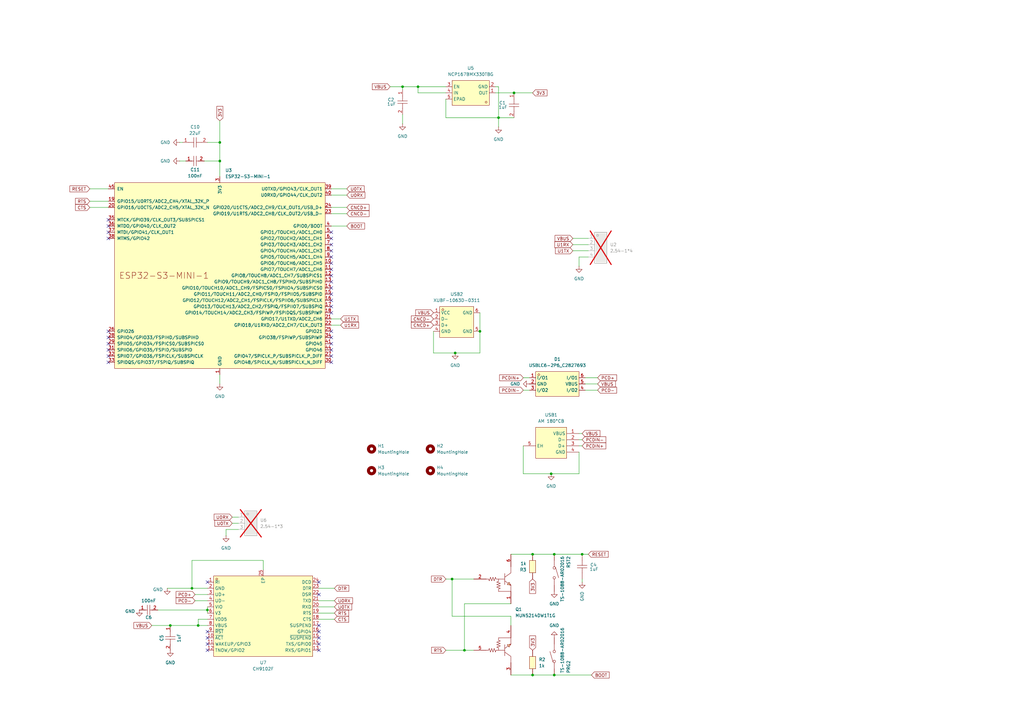
<source format=kicad_sch>
(kicad_sch (version 20231120) (generator "eeschema") (generator_version "8.0")
  (paper "A3")
  (lib_symbols
    (symbol "CL05A105KA5NQNC_1" (pin_names hide)
      (property "Reference" "C" (at 0 5.08 0))
      (property "Value" "CL05A105KA5NQNC" (at 0 -5.08 0))
      (symbol "CL05A105KA5NQNC_1_0_1"
        (polyline (pts (xy -0.51 -2.03) (xy -0.51 2.03)))
        (polyline (pts (xy -0.51 0) (xy -2.54 0)))
        (polyline (pts (xy 0.51 2.03) (xy 0.51 -2.03)))
        (polyline (pts (xy 2.54 0) (xy 0.51 0)))
        (pin unspecified line (at -5.08 0 0) (length 2.54) (name "1") (number "1"))
        (pin unspecified line (at 5.08 0 180) (length 2.54) (name "2") (number "2"))
      )
    )
    (symbol "CL05A105KA5NQNC_2" (pin_names hide)
      (property "Reference" "C" (at 0 5.08 0))
      (property "Value" "CL05A105KA5NQNC" (at 0 -5.08 0))
      (symbol "CL05A105KA5NQNC_2_0_1"
        (polyline (pts (xy -0.51 -2.03) (xy -0.51 2.03)))
        (polyline (pts (xy -0.51 0) (xy -2.54 0)))
        (polyline (pts (xy 0.51 2.03) (xy 0.51 -2.03)))
        (polyline (pts (xy 2.54 0) (xy 0.51 0)))
        (pin unspecified line (at -5.08 0 0) (length 2.54) (name "1") (number "1"))
        (pin unspecified line (at 5.08 0 180) (length 2.54) (name "2") (number "2"))
      )
    )
    (symbol "CL05A105KA5NQNC_3" (pin_numbers hide) (pin_names hide)
      (property "Reference" "C" (at 0 5.08 0))
      (property "Value" "CL05A105KA5NQNC" (at 0 -5.08 0))
      (symbol "CL05A105KA5NQNC_3_0_1"
        (polyline (pts (xy -0.51 -2.03) (xy -0.51 2.03)))
        (polyline (pts (xy -0.51 0) (xy -2.54 0)))
        (polyline (pts (xy 0.51 2.03) (xy 0.51 -2.03)))
        (polyline (pts (xy 2.54 0) (xy 0.51 0)))
        (pin unspecified line (at -5.08 0 0) (length 2.54) (name "1") (number "1"))
        (pin unspecified line (at 5.08 0 180) (length 2.54) (name "2") (number "2"))
      )
    )
    (symbol "CL05B104KO5NNNC_1" (pin_names hide)
      (property "Reference" "C" (at 0 5.08 0))
      (property "Value" "CL05B104KO5NNNC" (at 0 -5.08 0))
      (symbol "CL05B104KO5NNNC_1_0_1"
        (polyline (pts (xy -1.27 0) (xy -0.51 0)))
        (polyline (pts (xy -0.51 2.03) (xy -0.51 -2.03)))
        (polyline (pts (xy 0.51 0) (xy 1.27 0)))
        (polyline (pts (xy 0.51 2.03) (xy 0.51 -2.03)))
        (pin input line (at -3.81 0 0) (length 2.54) (name "1") (number "1"))
        (pin input line (at 3.81 0 180) (length 2.54) (name "2") (number "2"))
      )
    )
    (symbol "Mechanical:MountingHole" (pin_names (offset 1.016)) (exclude_from_sim yes) (in_bom no)
      (property "Reference" "H" (at 0 5.08 0))
      (property "Value" "MountingHole" (at 0 3.175 0))
      (symbol "MountingHole_0_1"
        (circle (center 0 0) (radius 1.27) (stroke (width 1.27)))
      )
    )
    (symbol "TS-1088-AR02016_1" (pin_numbers hide) (pin_names hide)
      (property "Reference" "SW" (at 0 5.08 0))
      (property "Value" "TS-1088-AR02016" (at 0 -5.08 0))
      (symbol "TS-1088-AR02016_1_0_1"
        (circle (center -2.03 0) (radius 0.51))
        (polyline (pts (xy -5.08 0) (xy -2.54 0)))
        (polyline (pts (xy -2.29 0.51) (xy 2.03 1.78)))
        (polyline (pts (xy 5.08 0) (xy 2.54 0)))
        (circle (center 2.03 0) (radius 0.51))
        (pin unspecified line (at -7.62 0 0) (length 2.54) (name "1") (number "1"))
        (pin unspecified line (at 7.62 0 180) (length 2.54) (name "2") (number "2"))
      )
    )
    (symbol "TS-1088-AR02016_2" (pin_numbers hide) (pin_names hide)
      (property "Reference" "SW" (at 0 5.08 0))
      (property "Value" "TS-1088-AR02016" (at 0 -5.08 0))
      (symbol "TS-1088-AR02016_2_0_1"
        (circle (center -2.03 0) (radius 0.51))
        (polyline (pts (xy -5.08 0) (xy -2.54 0)))
        (polyline (pts (xy -2.29 0.51) (xy 2.03 1.78)))
        (polyline (pts (xy 5.08 0) (xy 2.54 0)))
        (circle (center 2.03 0) (radius 0.51))
        (pin unspecified line (at -7.62 0 0) (length 2.54) (name "1") (number "1"))
        (pin unspecified line (at 7.62 0 180) (length 2.54) (name "2") (number "2"))
      )
    )
    (symbol "dongle:2.54-1*3" (pin_names (offset 0) hide)
      (property "Reference" "U2" (at 3.81 1.27 0))
      (property "Value" "2.54-1*3" (at 3.81 -1.27 0))
      (symbol "2.54-1*3_0_1"
        (rectangle (start -2.54 5.08) (end 2.54 -5.08) (fill (type background)))
        (circle (center -1.27 3.81) (radius 0.38))
        (pin unspecified line (at -5.08 2.54 0) (length 2.54) (name "1") (number "1"))
        (pin unspecified line (at -5.08 0 0) (length 2.54) (name "2") (number "2"))
        (pin unspecified line (at -5.08 -2.54 0) (length 2.54) (name "3") (number "3"))
      )
    )
    (symbol "dongle:2.54-1*4" (pin_names (offset 0) hide)
      (property "Reference" "U" (at 0 8.89 0))
      (symbol "2.54-1*4_0_1"
        (rectangle (start -2.54 6.35) (end 2.54 -6.35) (fill (type background)))
        (circle (center -1.27 5.08) (radius 0.38))
        (pin unspecified line (at -5.08 3.81 0) (length 2.54) (name "1") (number "1"))
        (pin unspecified line (at -5.08 1.27 0) (length 2.54) (name "2") (number "2"))
        (pin unspecified line (at -5.08 -1.27 0) (length 2.54) (name "3") (number "3"))
        (pin unspecified line (at -5.08 -3.81 0) (length 2.54) (name "4") (number "4"))
      )
    )
    (symbol "dongle:AM180°CB"
      (property "Reference" "USB" (at 0 7.62 0))
      (property "Value" "AM 180°CB" (at 0 -10.16 0))
      (symbol "AM180°CB_0_1"
        (rectangle (start -7.62 5.08) (end 5.08 -7.62) (fill (type background)))
        (pin input line (at 10.16 2.54 180) (length 5.08) (name "VBUS") (number "1"))
        (pin input line (at 10.16 0 180) (length 5.08) (name "D-") (number "2"))
        (pin input line (at 10.16 -2.54 180) (length 5.08) (name "D+") (number "3"))
        (pin input line (at 10.16 -5.08 180) (length 5.08) (name "GND") (number "4"))
        (pin input line (at -12.7 -2.54 0) (length 5.08) (name "EH") (number "5"))
      )
    )
    (symbol "dongle:CH9102F"
      (property "Reference" "U" (at 0 24.13 0))
      (property "Value" "CH9102F" (at 0 -19.05 0))
      (symbol "CH9102F_0_1"
        (rectangle (start -20.32 16.51) (end 20.32 -16.51) (fill (type background)))
        (circle (center -19.05 15.24) (radius 0.38))
        (pin unspecified line (at -22.86 13.97 0) (length 2.54) (name "RI") (number "1"))
        (pin unspecified line (at -22.86 -8.89 0) (length 2.54) (name "~{ACT}") (number "10"))
        (pin unspecified line (at -22.86 -11.43 0) (length 2.54) (name "WAKEUP/GPIO3") (number "11"))
        (pin unspecified line (at -22.86 -13.97 0) (length 2.54) (name "TNOW/GPIO2") (number "12"))
        (pin unspecified line (at 22.86 -13.97 180) (length 2.54) (name "RXS/GPIO1") (number "13"))
        (pin unspecified line (at 22.86 -11.43 180) (length 2.54) (name "TXS/GPIO0") (number "14"))
        (pin unspecified line (at 22.86 -8.89 180) (length 2.54) (name "~{SUSPEND}") (number "15"))
        (pin unspecified line (at 22.86 -6.35 180) (length 2.54) (name "GPIO4") (number "16"))
        (pin unspecified line (at 22.86 -3.81 180) (length 2.54) (name "SUSPEND") (number "17"))
        (pin unspecified line (at 22.86 -1.27 180) (length 2.54) (name "CTS") (number "18"))
        (pin unspecified line (at 22.86 1.27 180) (length 2.54) (name "RTS") (number "19"))
        (pin unspecified line (at -22.86 11.43 0) (length 2.54) (name "GND") (number "2"))
        (pin unspecified line (at 22.86 3.81 180) (length 2.54) (name "RXD") (number "20"))
        (pin unspecified line (at 22.86 6.35 180) (length 2.54) (name "TXD") (number "21"))
        (pin unspecified line (at 22.86 8.89 180) (length 2.54) (name "DSR") (number "22"))
        (pin unspecified line (at 22.86 11.43 180) (length 2.54) (name "DTR") (number "23"))
        (pin unspecified line (at 22.86 13.97 180) (length 2.54) (name "DCD") (number "24"))
        (pin unspecified line (at 0 19.05 270) (length 2.54) (name "EP") (number "25"))
        (pin unspecified line (at -22.86 8.89 0) (length 2.54) (name "UD+") (number "3"))
        (pin unspecified line (at -22.86 6.35 0) (length 2.54) (name "UD-") (number "4"))
        (pin unspecified line (at -22.86 3.81 0) (length 2.54) (name "VIO") (number "5"))
        (pin unspecified line (at -22.86 1.27 0) (length 2.54) (name "V3") (number "6"))
        (pin unspecified line (at -22.86 -1.27 0) (length 2.54) (name "VDD5") (number "7"))
        (pin unspecified line (at -22.86 -3.81 0) (length 2.54) (name "VBUS") (number "8"))
        (pin unspecified line (at -22.86 -6.35 0) (length 2.54) (name "~{RST}") (number "9"))
      )
    )
    (symbol "dongle:CL05A105KA5NQNC" (pin_names hide)
      (property "Reference" "C" (at 0 5.08 0))
      (property "Value" "CL05A105KA5NQNC" (at 0 -5.08 0))
      (symbol "CL05A105KA5NQNC_0_1"
        (polyline (pts (xy -0.51 -2.03) (xy -0.51 2.03)))
        (polyline (pts (xy -0.51 0) (xy -2.54 0)))
        (polyline (pts (xy 0.51 2.03) (xy 0.51 -2.03)))
        (polyline (pts (xy 2.54 0) (xy 0.51 0)))
        (pin unspecified line (at -5.08 0 0) (length 2.54) (name "1") (number "1"))
        (pin unspecified line (at 5.08 0 180) (length 2.54) (name "2") (number "2"))
      )
    )
    (symbol "dongle:CL05B104KO5NNNC" (pin_names hide)
      (property "Reference" "C" (at 0 5.08 0))
      (property "Value" "CL05B104KO5NNNC" (at 0 -5.08 0))
      (symbol "CL05B104KO5NNNC_0_1"
        (polyline (pts (xy -1.27 0) (xy -0.51 0)))
        (polyline (pts (xy -0.51 2.03) (xy -0.51 -2.03)))
        (polyline (pts (xy 0.51 0) (xy 1.27 0)))
        (polyline (pts (xy 0.51 2.03) (xy 0.51 -2.03)))
        (pin input line (at -3.81 0 0) (length 2.54) (name "1") (number "1"))
        (pin input line (at 3.81 0 180) (length 2.54) (name "2") (number "2"))
      )
    )
    (symbol "dongle:CL10A226MQ8NRNC" (pin_names hide)
      (property "Reference" "C" (at 0 5.08 0))
      (property "Value" "CL10A226MQ8NRNC" (at 0 -5.08 0))
      (symbol "CL10A226MQ8NRNC_0_1"
        (polyline (pts (xy -0.51 -2.03) (xy -0.51 2.03)))
        (polyline (pts (xy -0.51 0) (xy -2.54 0)))
        (polyline (pts (xy 0.51 2.03) (xy 0.51 -2.03)))
        (polyline (pts (xy 2.54 0) (xy 0.51 0)))
        (pin unspecified line (at -5.08 0 0) (length 2.54) (name "1") (number "1"))
        (pin unspecified line (at 5.08 0 180) (length 2.54) (name "2") (number "2"))
      )
    )
    (symbol "dongle:ERA1AEB102C" (pin_numbers hide) (pin_names hide)
      (property "Reference" "R" (at 0 5.08 0))
      (property "Value" "ERA1AEB102C" (at 0 -5.08 0))
      (symbol "ERA1AEB102C_0_1"
        (rectangle (start -2.54 1.27) (end 2.54 -1.27) (fill (type background)))
        (pin unspecified line (at -5.08 0 0) (length 2.54) (name "1") (number "1"))
        (pin unspecified line (at 5.08 0 180) (length 2.54) (name "2") (number "2"))
      )
    )
    (symbol "dongle:ESP32-S3-MINI-1" (pin_names (offset 1.016))
      (property "Reference" "U" (at -43.18 43.18 0))
      (property "Value" "ESP32-S3-MINI-1" (at -43.18 40.64 0))
      (symbol "ESP32-S3-MINI-1_0_0"
        (text "ESP32-S3-MINI-1" (at -22.86 0 0) (effects (font (size 2.54 2.54))))
        (pin power_in line (at 0 -40.64 90) (length 2.54) (name "GND") (number "1"))
        (pin bidirectional line (at 45.72 5.08 180) (length 2.54) (name "GPIO6/TOUCH6/ADC1_CH5") (number "10"))
        (pin bidirectional line (at 45.72 2.54 180) (length 2.54) (name "GPIO7/TOUCH7/ADC1_CH6") (number "11"))
        (pin bidirectional line (at 45.72 0 180) (length 2.54) (name "GPIO8/TOUCH8/ADC1_CH7/SUBSPICS1") (number "12"))
        (pin bidirectional line (at 45.72 -2.54 180) (length 2.54) (name "GPIO9/TOUCH9/ADC1_CH8/FSPIHD/SUBSPIHD") (number "13"))
        (pin bidirectional line (at 45.72 -5.08 180) (length 2.54) (name "GPIO10/TOUCH10/ADC1_CH9/FSPICS0/FSPIIO4/SUBSPICS0") (number "14"))
        (pin bidirectional line (at 45.72 -7.62 180) (length 2.54) (name "GPIO11/TOUCH11/ADC2_CH0/FSPID/FSPIIO5/SUBSPID") (number "15"))
        (pin bidirectional line (at 45.72 -10.16 180) (length 2.54) (name "GPIO12/TOUCH12/ADC2_CH1/FSPICLK/FSPIIO6/SUBSPICLK") (number "16"))
        (pin bidirectional line (at 45.72 -12.7 180) (length 2.54) (name "GPIO13/TOUCH13/ADC2_CH2/FSPIQ/FSPIIO7/SUBSPIQ") (number "17"))
        (pin bidirectional line (at 45.72 -15.24 180) (length 2.54) (name "GPIO14/TOUCH14/ADC2_CH3/FSPIWP/FSPIDQS/SUBSPIWP") (number "18"))
        (pin bidirectional line (at -45.72 30.48 0) (length 2.54) (name "GPIO15/U0RTS/ADC2_CH4/XTAL_32K_P") (number "19"))
        (pin passive line (at 0 -40.64 90) (length 2.54) hide (name "GND") (number "2"))
        (pin bidirectional line (at -45.72 27.94 0) (length 2.54) (name "GPIO16/U0CTS/ADC2_CH5/XTAL_32K_N") (number "20"))
        (pin bidirectional line (at 45.72 -17.78 180) (length 2.54) (name "GPIO17/U1TXD/ADC2_CH6") (number "21"))
        (pin bidirectional line (at 45.72 -20.32 180) (length 2.54) (name "GPIO18/U1RXD/ADC2_CH7/CLK_OUT3") (number "22"))
        (pin bidirectional line (at 45.72 25.4 180) (length 2.54) (name "GPIO19/U1RTS/ADC2_CH8/CLK_OUT2/USB_D-") (number "23"))
        (pin bidirectional line (at 45.72 27.94 180) (length 2.54) (name "GPIO20/U1CTS/ADC2_CH9/CLK_OUT1/USB_D+") (number "24"))
        (pin bidirectional line (at 45.72 -22.86 180) (length 2.54) (name "GPIO21") (number "25"))
        (pin bidirectional line (at -45.72 -22.86 0) (length 2.54) (name "GPIO26") (number "26"))
        (pin bidirectional line (at 45.72 -33.02 180) (length 2.54) (name "GPIO47/SPICLK_P/SUBSPICLK_P_DIFF") (number "27"))
        (pin bidirectional line (at -45.72 -25.4 0) (length 2.54) (name "SPIIO4/GPIO33/FSPIHD/SUBSPIHD") (number "28"))
        (pin bidirectional line (at -45.72 -27.94 0) (length 2.54) (name "SPIIO5/GPIO34/FSPICS0/SUBSPICS0") (number "29"))
        (pin power_in line (at 0 40.64 270) (length 2.54) (name "3V3") (number "3"))
        (pin bidirectional line (at 45.72 -35.56 180) (length 2.54) (name "GPIO48/SPICLK_N/SUBSPICLK_N_DIFF") (number "30"))
        (pin bidirectional line (at -45.72 -30.48 0) (length 2.54) (name "SPIIO6/GPIO35/FSPID/SUBSPID") (number "31"))
        (pin bidirectional line (at -45.72 -33.02 0) (length 2.54) (name "SPIIO7/GPIO36/FSPICLK/SUBSPICLK") (number "32"))
        (pin bidirectional line (at -45.72 -35.56 0) (length 2.54) (name "SPIDQS/GPIO37/FSPIQ/SUBSPIQ") (number "33"))
        (pin bidirectional line (at 45.72 -25.4 180) (length 2.54) (name "GPIO38/FSPIWP/SUBSPIWP") (number "34"))
        (pin bidirectional line (at -45.72 22.86 0) (length 2.54) (name "MTCK/GPIO39/CLK_OUT3/SUBSPICS1") (number "35"))
        (pin bidirectional line (at -45.72 20.32 0) (length 2.54) (name "MTDO/GPIO40/CLK_OUT2") (number "36"))
        (pin bidirectional line (at -45.72 17.78 0) (length 2.54) (name "MTDI/GPIO41/CLK_OUT1") (number "37"))
        (pin bidirectional line (at -45.72 15.24 0) (length 2.54) (name "MTMS/GPIO42") (number "38"))
        (pin bidirectional line (at 45.72 35.56 180) (length 2.54) (name "U0TXD/GPIO43/CLK_OUT1") (number "39"))
        (pin bidirectional line (at 45.72 20.32 180) (length 2.54) (name "GPIO0/BOOT") (number "4"))
        (pin bidirectional line (at 45.72 33.02 180) (length 2.54) (name "U0RXD/GPIO44/CLK_OUT2") (number "40"))
        (pin bidirectional line (at 45.72 -27.94 180) (length 2.54) (name "GPIO45") (number "41"))
        (pin passive line (at 0 -40.64 90) (length 2.54) hide (name "GND") (number "42"))
        (pin passive line (at 0 -40.64 90) (length 2.54) hide (name "GND") (number "43"))
        (pin bidirectional line (at 45.72 -30.48 180) (length 2.54) (name "GPIO46") (number "44"))
        (pin input line (at -45.72 35.56 0) (length 2.54) (name "EN") (number "45"))
        (pin passive line (at 0 -40.64 90) (length 2.54) hide (name "GND") (number "46"))
        (pin passive line (at 0 -40.64 90) (length 2.54) hide (name "GND") (number "47"))
        (pin passive line (at 0 -40.64 90) (length 2.54) hide (name "GND") (number "48"))
        (pin passive line (at 0 -40.64 90) (length 2.54) hide (name "GND") (number "49"))
        (pin bidirectional line (at 45.72 17.78 180) (length 2.54) (name "GPIO1/TOUCH1/ADC1_CH0") (number "5"))
        (pin passive line (at 0 -40.64 90) (length 2.54) hide (name "GND") (number "50"))
        (pin passive line (at 0 -40.64 90) (length 2.54) hide (name "GND") (number "51"))
        (pin passive line (at 0 -40.64 90) (length 2.54) hide (name "GND") (number "52"))
        (pin passive line (at 0 -40.64 90) (length 2.54) hide (name "GND") (number "53"))
        (pin passive line (at 0 -40.64 90) (length 2.54) hide (name "GND") (number "54"))
        (pin passive line (at 0 -40.64 90) (length 2.54) hide (name "GND") (number "55"))
        (pin passive line (at 0 -40.64 90) (length 2.54) hide (name "GND") (number "56"))
        (pin passive line (at 0 -40.64 90) (length 2.54) hide (name "GND") (number "57"))
        (pin passive line (at 0 -40.64 90) (length 2.54) hide (name "GND") (number "58"))
        (pin passive line (at 0 -40.64 90) (length 2.54) hide (name "GND") (number "59"))
        (pin bidirectional line (at 45.72 15.24 180) (length 2.54) (name "GPIO2/TOUCH2/ADC1_CH1") (number "6"))
        (pin passive line (at 0 -40.64 90) (length 2.54) hide (name "GND") (number "60"))
        (pin passive line (at 0 -40.64 90) (length 2.54) hide (name "GND") (number "61"))
        (pin passive line (at 0 -40.64 90) (length 2.54) hide (name "GND") (number "62"))
        (pin passive line (at 0 -40.64 90) (length 2.54) hide (name "GND") (number "63"))
        (pin passive line (at 0 -40.64 90) (length 2.54) hide (name "GND") (number "64"))
        (pin passive line (at 0 -40.64 90) (length 2.54) hide (name "GND") (number "65"))
        (pin bidirectional line (at 45.72 12.7 180) (length 2.54) (name "GPIO3/TOUCH3/ADC1_CH2") (number "7"))
        (pin bidirectional line (at 45.72 10.16 180) (length 2.54) (name "GPIO4/TOUCH4/ADC1_CH3") (number "8"))
        (pin bidirectional line (at 45.72 7.62 180) (length 2.54) (name "GPIO5/TOUCH5/ADC1_CH4") (number "9"))
      )
      (symbol "ESP32-S3-MINI-1_0_1"
        (rectangle (start -43.18 38.1) (end 43.18 -38.1) (fill (type background)))
      )
    )
    (symbol "dongle:MUN5214DW1T1G" (pin_names hide)
      (property "Reference" "Q" (at -7.62 30.48 0))
      (property "Value" "MUN5214DW1T1G" (at 1.016 -36.576 0))
      (symbol "MUN5214DW1T1G_0_1"
        (polyline (pts (xy -2.54 -16.26) (xy -2.54 -11.68)))
        (polyline (pts (xy -2.54 17.53) (xy -2.54 12.95)))
        (polyline (pts (xy 0 -19.05) (xy 0 -16.51) (xy -2.54 -14.73)))
        (polyline (pts (xy 0 20.32) (xy 0 17.78) (xy -2.54 16)))
        (polyline (pts (xy -2.54 -13.21) (xy 0 -11.43) (xy 0 -8.89) (xy -5.08 -8.89)))
        (polyline (pts (xy -2.54 14.48) (xy 0 12.7) (xy 0 10.16) (xy -5.08 10.16)))
        (polyline (pts (xy 0 -11.43) (xy -0.76 -12.7) (xy -1.52 -11.68) (xy 0 -11.43)) (fill (type background)))
        (polyline (pts (xy 0 12.7) (xy -0.76 13.97) (xy -1.52 12.95) (xy 0 12.7)) (fill (type background)))
        (polyline (pts (xy -5.08 -8.89) (xy -5.08 -9.91) (xy -4.32 -10.16) (xy -5.84 -10.67) (xy -4.32 -11.18) (xy -5.84 -11.68) (xy -4.32 -12.19) (xy -5.84 -12.7) (xy -5.08 -12.95) (xy -5.08 -13.97)))
        (polyline (pts (xy -5.08 10.16) (xy -5.08 11.18) (xy -4.32 11.43) (xy -5.84 11.94) (xy -4.32 12.45) (xy -5.84 12.95) (xy -4.32 13.46) (xy -5.84 13.97) (xy -5.08 14.22) (xy -5.08 15.24)))
        (polyline (pts (xy -10.16 -13.97) (xy -9.14 -13.97) (xy -8.89 -13.21) (xy -8.38 -14.73) (xy -7.87 -13.21) (xy -7.37 -14.73) (xy -6.86 -13.21) (xy -6.35 -14.73) (xy -6.1 -13.97) (xy -5.08 -13.97) (xy -2.54 -13.97)))
        (polyline (pts (xy -10.16 15.24) (xy -9.14 15.24) (xy -8.89 14.48) (xy -8.38 16) (xy -7.87 14.48) (xy -7.37 16) (xy -6.86 14.48) (xy -6.35 16) (xy -6.1 15.24) (xy -5.08 15.24) (xy -2.54 15.24)))
        (pin unspecified line (at 0 5.08 90) (length 5.08) (name "1") (number "1"))
        (pin unspecified line (at -15.24 15.24 0) (length 5.08) (name "2") (number "2"))
        (pin unspecified line (at 0 -24.13 90) (length 5.08) (name "3") (number "3"))
        (pin unspecified line (at 0 -3.81 270) (length 5.08) (name "4") (number "4"))
        (pin unspecified line (at -15.24 -13.97 0) (length 5.08) (name "5") (number "5"))
        (pin unspecified line (at 0 25.4 270) (length 5.08) (name "6") (number "6"))
      )
    )
    (symbol "dongle:NCP167BMX330TBG"
      (property "Reference" "U" (at 0 7.62 0))
      (property "Value" "NCP167BMX330TBG" (at 0 -7.62 0))
      (symbol "NCP167BMX330TBG_0_1"
        (rectangle (start -7.62 5.08) (end 7.62 -5.08) (fill (type background)))
        (circle (center -6.35 3.81) (radius 0.38))
        (pin unspecified line (at -10.16 0 0) (length 2.54) (name "OUT") (number "1"))
        (pin unspecified line (at -10.16 -2.54 0) (length 2.54) (name "GND") (number "2"))
        (pin unspecified line (at 10.16 -2.54 180) (length 2.54) (name "EN") (number "3"))
        (pin unspecified line (at 10.16 0 180) (length 2.54) (name "IN") (number "4"))
        (pin unspecified line (at 10.16 2.54 180) (length 2.54) (name "EPAD") (number "5"))
      )
    )
    (symbol "dongle:USBLC6-2P6_C2827693"
      (property "Reference" "D" (at 0 7.62 0))
      (property "Value" "USBLC6-2P6_C2827693" (at 0 -7.62 0))
      (symbol "USBLC6-2P6_C2827693_0_1"
        (rectangle (start -8.89 5.08) (end 8.89 -5.08) (fill (type background)))
        (circle (center -7.62 3.81) (radius 0.38))
        (pin unspecified line (at -11.43 2.54 0) (length 2.54) (name "I/O1") (number "1"))
        (pin unspecified line (at -11.43 0 0) (length 2.54) (name "GND") (number "2"))
        (pin unspecified line (at -11.43 -2.54 0) (length 2.54) (name "I/O2") (number "3"))
        (pin unspecified line (at 11.43 -2.54 180) (length 2.54) (name "I/O2") (number "4"))
        (pin unspecified line (at 11.43 0 180) (length 2.54) (name "VBUS") (number "5"))
        (pin unspecified line (at 11.43 2.54 180) (length 2.54) (name "I/O1") (number "6"))
      )
    )
    (symbol "dongle:XUBF-1063D-0311"
      (property "Reference" "USB" (at 0 8.89 0))
      (property "Value" "XUBF-1063D-0311" (at 0 -8.89 0))
      (symbol "XUBF-1063D-0311_0_1"
        (rectangle (start -7.62 6.35) (end 6.35 -6.35) (fill (type background)))
        (circle (center -6.35 5.08) (radius 0.38))
        (pin unspecified line (at -10.16 3.81 0) (length 2.54) (name "VCC") (number "1"))
        (pin unspecified line (at -10.16 1.27 0) (length 2.54) (name "D-") (number "2"))
        (pin unspecified line (at -10.16 -1.27 0) (length 2.54) (name "D+") (number "3"))
        (pin unspecified line (at -10.16 -3.81 0) (length 2.54) (name "GND") (number "4"))
        (pin unspecified line (at 8.89 -3.81 180) (length 2.54) (name "GND") (number "5"))
        (pin unspecified line (at 8.89 3.81 180) (length 2.54) (name "GND") (number "6"))
      )
    )
    (symbol "power:GND" (power) (pin_numbers hide) (pin_names (offset 0) hide)
      (property "Value" "GND" (at 0 -3.81 0))
      (symbol "GND_0_1"
        (polyline (pts (xy 0 0) (xy 0 -1.27) (xy 1.27 -1.27) (xy 0 -2.54) (xy -1.27 -1.27) (xy 0 -1.27)))
      )
      (symbol "GND_1_1"
        (pin power_in line (at 0 0 270) (length 0) (name "~") (number "1"))
      )
    )
  )
  (junction (at 218.44 227.33))
  (junction (at 185.42 237.49))
  (junction (at 90.17 66.04))
  (junction (at 226.06 194.31))
  (junction (at 81.28 256.54))
  (junction (at 190.5 266.7))
  (junction (at 90.17 58.42))
  (junction (at 78.74 241.3))
  (junction (at 204.47 48.26))
  (junction (at 85.09 250.19))
  (junction (at 171.45 35.56))
  (junction (at 196.85 135.89))
  (junction (at 186.69 144.78))
  (junction (at 227.33 276.86))
  (junction (at 165.1 35.56))
  (junction (at 69.85 256.54))
  (junction (at 210.82 38.1))
  (junction (at 238.76 227.33))
  (junction (at 218.44 276.86))
  (junction (at 227.33 227.33))
  (no_connect (at 44.45 146.05))
  (no_connect (at 135.89 125.73))
  (no_connect (at 135.89 102.87))
  (no_connect (at 135.89 110.49))
  (no_connect (at 135.89 135.89))
  (no_connect (at 135.89 95.25))
  (no_connect (at 135.89 97.79))
  (no_connect (at 44.45 143.51))
  (no_connect (at 135.89 113.03))
  (no_connect (at 44.45 90.17))
  (no_connect (at 44.45 140.97))
  (no_connect (at 85.09 238.76))
  (no_connect (at 44.45 138.43))
  (no_connect (at 135.89 100.33))
  (no_connect (at 135.89 123.19))
  (no_connect (at 135.89 128.27))
  (no_connect (at 130.81 266.7))
  (no_connect (at 135.89 115.57))
  (no_connect (at 85.09 264.16))
  (no_connect (at 135.89 140.97))
  (no_connect (at 135.89 146.05))
  (no_connect (at 85.09 266.7))
  (no_connect (at 130.81 259.08))
  (no_connect (at 135.89 118.11))
  (no_connect (at 44.45 148.59))
  (no_connect (at 130.81 238.76))
  (no_connect (at 130.81 243.84))
  (no_connect (at 44.45 95.25))
  (no_connect (at 44.45 92.71))
  (no_connect (at 135.89 143.51))
  (no_connect (at 130.81 264.16))
  (no_connect (at 44.45 97.79))
  (no_connect (at 135.89 120.65))
  (no_connect (at 85.09 261.62))
  (no_connect (at 44.45 135.89))
  (no_connect (at 130.81 261.62))
  (no_connect (at 85.09 259.08))
  (no_connect (at 135.89 105.41))
  (no_connect (at 135.89 148.59))
  (no_connect (at 135.89 107.95))
  (no_connect (at 135.89 138.43))
  (no_connect (at 130.81 256.54))
  (wire (pts (xy 240.03 160.02) (xy 245.11 160.02)))
  (wire (pts (xy 171.45 38.1) (xy 182.88 38.1)))
  (wire (pts (xy 69.85 256.54) (xy 81.28 256.54)))
  (wire (pts (xy 36.83 85.09) (xy 44.45 85.09)))
  (wire (pts (xy 204.47 35.56) (xy 204.47 48.26)))
  (wire (pts (xy 204.47 48.26) (xy 210.82 48.26)))
  (wire (pts (xy 90.17 49.53) (xy 90.17 58.42)))
  (wire (pts (xy 135.89 87.63) (xy 142.24 87.63)))
  (wire (pts (xy 182.88 266.7) (xy 190.5 266.7)))
  (wire (pts (xy 135.89 130.81) (xy 139.7 130.81)))
  (wire (pts (xy 90.17 153.67) (xy 90.17 157.48)))
  (wire (pts (xy 85.09 58.42) (xy 90.17 58.42)))
  (wire (pts (xy 227.33 227.33) (xy 238.76 227.33)))
  (wire (pts (xy 78.74 229.87) (xy 78.74 241.3)))
  (wire (pts (xy 83.82 66.04) (xy 90.17 66.04)))
  (wire (pts (xy 210.82 38.1) (xy 218.44 38.1)))
  (wire (pts (xy 209.55 256.54) (xy 209.55 252.73)))
  (wire (pts (xy 214.63 194.31) (xy 226.06 194.31)))
  (wire (pts (xy 209.55 276.86) (xy 218.44 276.86)))
  (wire (pts (xy 209.55 252.73) (xy 185.42 252.73)))
  (wire (pts (xy 214.63 160.02) (xy 217.17 160.02)))
  (wire (pts (xy 177.8 135.89) (xy 177.8 144.78)))
  (wire (pts (xy 135.89 133.35) (xy 139.7 133.35)))
  (wire (pts (xy 78.74 241.3) (xy 85.09 241.3)))
  (wire (pts (xy 227.33 276.86) (xy 242.57 276.86)))
  (wire (pts (xy 190.5 247.65) (xy 190.5 266.7)))
  (wire (pts (xy 80.01 243.84) (xy 85.09 243.84)))
  (wire (pts (xy 238.76 238.76) (xy 238.76 237.49)))
  (wire (pts (xy 95.25 214.63) (xy 97.79 214.63)))
  (wire (pts (xy 160.02 35.56) (xy 165.1 35.56)))
  (wire (pts (xy 185.42 252.73) (xy 185.42 237.49)))
  (wire (pts (xy 190.5 266.7) (xy 194.31 266.7)))
  (wire (pts (xy 135.89 92.71) (xy 142.24 92.71)))
  (wire (pts (xy 177.8 144.78) (xy 186.69 144.78)))
  (wire (pts (xy 234.95 102.87) (xy 241.3 102.87)))
  (wire (pts (xy 62.23 256.54) (xy 69.85 256.54)))
  (wire (pts (xy 182.88 237.49) (xy 185.42 237.49)))
  (wire (pts (xy 237.49 109.22) (xy 237.49 105.41)))
  (wire (pts (xy 36.83 77.47) (xy 44.45 77.47)))
  (wire (pts (xy 81.28 256.54) (xy 85.09 256.54)))
  (wire (pts (xy 238.76 177.8) (xy 237.49 177.8)))
  (wire (pts (xy 130.81 248.92) (xy 137.16 248.92)))
  (wire (pts (xy 130.81 254) (xy 137.16 254)))
  (wire (pts (xy 90.17 58.42) (xy 90.17 66.04)))
  (wire (pts (xy 196.85 135.89) (xy 196.85 144.78)))
  (wire (pts (xy 90.17 66.04) (xy 90.17 72.39)))
  (wire (pts (xy 85.09 250.19) (xy 85.09 248.92)))
  (wire (pts (xy 107.95 233.68) (xy 107.95 229.87)))
  (wire (pts (xy 218.44 227.33) (xy 227.33 227.33)))
  (wire (pts (xy 80.01 246.38) (xy 85.09 246.38)))
  (wire (pts (xy 196.85 128.27) (xy 196.85 135.89)))
  (wire (pts (xy 234.95 97.79) (xy 241.3 97.79)))
  (wire (pts (xy 92.71 219.71) (xy 92.71 217.17)))
  (wire (pts (xy 237.49 182.88) (xy 238.76 182.88)))
  (wire (pts (xy 135.89 85.09) (xy 142.24 85.09)))
  (wire (pts (xy 73.66 58.42) (xy 74.93 58.42)))
  (wire (pts (xy 130.81 251.46) (xy 137.16 251.46)))
  (wire (pts (xy 204.47 35.56) (xy 203.2 35.56)))
  (wire (pts (xy 182.88 48.26) (xy 204.47 48.26)))
  (wire (pts (xy 237.49 194.31) (xy 226.06 194.31)))
  (wire (pts (xy 238.76 227.33) (xy 241.3 227.33)))
  (wire (pts (xy 182.88 48.26) (xy 182.88 40.64)))
  (wire (pts (xy 204.47 48.26) (xy 204.47 52.07)))
  (wire (pts (xy 237.49 105.41) (xy 241.3 105.41)))
  (wire (pts (xy 81.28 254) (xy 81.28 256.54)))
  (wire (pts (xy 165.1 35.56) (xy 171.45 35.56)))
  (wire (pts (xy 214.63 182.88) (xy 214.63 194.31)))
  (wire (pts (xy 203.2 38.1) (xy 210.82 38.1)))
  (wire (pts (xy 185.42 237.49) (xy 194.31 237.49)))
  (wire (pts (xy 81.28 254) (xy 85.09 254)))
  (wire (pts (xy 218.44 276.86) (xy 227.33 276.86)))
  (wire (pts (xy 240.03 157.48) (xy 245.11 157.48)))
  (wire (pts (xy 165.1 46.99) (xy 165.1 50.8)))
  (wire (pts (xy 36.83 82.55) (xy 44.45 82.55)))
  (wire (pts (xy 85.09 250.19) (xy 85.09 251.46)))
  (wire (pts (xy 165.1 35.56) (xy 165.1 36.83)))
  (wire (pts (xy 196.85 144.78) (xy 186.69 144.78)))
  (wire (pts (xy 130.81 241.3) (xy 137.16 241.3)))
  (wire (pts (xy 107.95 229.87) (xy 78.74 229.87)))
  (wire (pts (xy 95.25 212.09) (xy 97.79 212.09)))
  (wire (pts (xy 240.03 154.94) (xy 245.11 154.94)))
  (wire (pts (xy 135.89 80.01) (xy 142.24 80.01)))
  (wire (pts (xy 214.63 154.94) (xy 217.17 154.94)))
  (wire (pts (xy 209.55 227.33) (xy 218.44 227.33)))
  (wire (pts (xy 234.95 100.33) (xy 241.3 100.33)))
  (wire (pts (xy 237.49 185.42) (xy 237.49 194.31)))
  (wire (pts (xy 171.45 35.56) (xy 182.88 35.56)))
  (wire (pts (xy 171.45 38.1) (xy 171.45 35.56)))
  (wire (pts (xy 92.71 217.17) (xy 97.79 217.17)))
  (wire (pts (xy 135.89 77.47) (xy 142.24 77.47)))
  (wire (pts (xy 130.81 246.38) (xy 137.16 246.38)))
  (wire (pts (xy 73.66 66.04) (xy 76.2 66.04)))
  (wire (pts (xy 237.49 180.34) (xy 238.76 180.34)))
  (wire (pts (xy 68.58 241.3) (xy 78.74 241.3)))
  (wire (pts (xy 209.55 247.65) (xy 190.5 247.65)))
  (wire (pts (xy 64.77 250.19) (xy 85.09 250.19)))
  (global_label "U1RX" (shape input) (at 234.95 100.33 180) (property "Intersheetrefs" "${INTERSHEET_REFS}" (effects (hide yes))))
  (global_label "PCDIN+" (shape input) (at 214.63 154.94 180) (property "Intersheetrefs" "${INTERSHEET_REFS}" (effects (hide yes))))
  (global_label "U1TX" (shape input) (at 139.7 130.81 0) (property "Intersheetrefs" "${INTERSHEET_REFS}" (effects (hide yes))))
  (global_label "RESET" (shape input) (at 36.83 77.47 180) (property "Intersheetrefs" "${INTERSHEET_REFS}" (effects (hide yes))))
  (global_label "U0RX" (shape input) (at 137.16 246.38 0) (property "Intersheetrefs" "${INTERSHEET_REFS}" (effects (hide yes))))
  (global_label "CNCD-" (shape input) (at 177.8 130.81 180) (property "Intersheetrefs" "${INTERSHEET_REFS}" (effects (hide yes))))
  (global_label "3V3" (shape input) (at 90.17 49.53 90) (property "Intersheetrefs" "${INTERSHEET_REFS}" (effects (hide yes))))
  (global_label "BOOT" (shape input) (at 142.24 92.71 0) (property "Intersheetrefs" "${INTERSHEET_REFS}" (effects (hide yes))))
  (global_label "U0TX" (shape input) (at 137.16 248.92 0) (property "Intersheetrefs" "${INTERSHEET_REFS}" (effects (hide yes))))
  (global_label "DTR" (shape input) (at 182.88 237.49 180) (property "Intersheetrefs" "${INTERSHEET_REFS}" (effects (hide yes))))
  (global_label "U0RX" (shape input) (at 142.24 80.01 0) (property "Intersheetrefs" "${INTERSHEET_REFS}" (effects (hide yes))))
  (global_label "VBUS" (shape input) (at 234.95 97.79 180) (property "Intersheetrefs" "${INTERSHEET_REFS}" (effects (hide yes))))
  (global_label "RTS" (shape input) (at 137.16 251.46 0) (property "Intersheetrefs" "${INTERSHEET_REFS}" (effects (hide yes))))
  (global_label "PCD+" (shape input) (at 80.01 243.84 180) (property "Intersheetrefs" "${INTERSHEET_REFS}" (effects (hide yes))))
  (global_label "U1TX" (shape input) (at 234.95 102.87 180) (property "Intersheetrefs" "${INTERSHEET_REFS}" (effects (hide yes))))
  (global_label "CTS" (shape input) (at 137.16 254 0) (property "Intersheetrefs" "${INTERSHEET_REFS}" (effects (hide yes))))
  (global_label "U0RX" (shape input) (at 95.25 212.09 180) (property "Intersheetrefs" "${INTERSHEET_REFS}" (effects (hide yes))))
  (global_label "U0TX" (shape input) (at 142.24 77.47 0) (property "Intersheetrefs" "${INTERSHEET_REFS}" (effects (hide yes))))
  (global_label "CNCD+" (shape input) (at 177.8 133.35 180) (property "Intersheetrefs" "${INTERSHEET_REFS}" (effects (hide yes))))
  (global_label "VBUS" (shape input) (at 245.11 157.48 0) (property "Intersheetrefs" "${INTERSHEET_REFS}" (effects (hide yes))))
  (global_label "CTS" (shape input) (at 36.83 85.09 180) (property "Intersheetrefs" "${INTERSHEET_REFS}" (effects (hide yes))))
  (global_label "PCDIN-" (shape input) (at 238.76 180.34 0) (property "Intersheetrefs" "${INTERSHEET_REFS}" (effects (hide yes))))
  (global_label "PCDIN-" (shape input) (at 214.63 160.02 180) (property "Intersheetrefs" "${INTERSHEET_REFS}" (effects (hide yes))))
  (global_label "3V3" (shape input) (at 218.44 237.49 270) (property "Intersheetrefs" "${INTERSHEET_REFS}" (effects (hide yes))))
  (global_label "VBUS" (shape input) (at 238.76 177.8 0) (property "Intersheetrefs" "${INTERSHEET_REFS}" (effects (hide yes))))
  (global_label "RTS" (shape input) (at 36.83 82.55 180) (property "Intersheetrefs" "${INTERSHEET_REFS}" (effects (hide yes))))
  (global_label "VBUS" (shape input) (at 62.23 256.54 180) (property "Intersheetrefs" "${INTERSHEET_REFS}" (effects (hide yes))))
  (global_label "CNCD-" (shape input) (at 142.24 87.63 0) (property "Intersheetrefs" "${INTERSHEET_REFS}" (effects (hide yes))))
  (global_label "U1RX" (shape input) (at 139.7 133.35 0) (property "Intersheetrefs" "${INTERSHEET_REFS}" (effects (hide yes))))
  (global_label "PCD-" (shape input) (at 245.11 160.02 0) (property "Intersheetrefs" "${INTERSHEET_REFS}" (effects (hide yes))))
  (global_label "PCDIN+" (shape input) (at 238.76 182.88 0) (property "Intersheetrefs" "${INTERSHEET_REFS}" (effects (hide yes))))
  (global_label "RTS" (shape input) (at 182.88 266.7 180) (property "Intersheetrefs" "${INTERSHEET_REFS}" (effects (hide yes))))
  (global_label "3V3" (shape input) (at 218.44 266.7 90) (property "Intersheetrefs" "${INTERSHEET_REFS}" (effects (hide yes))))
  (global_label "VBUS" (shape input) (at 177.8 128.27 180) (property "Intersheetrefs" "${INTERSHEET_REFS}" (effects (hide yes))))
  (global_label "PCD-" (shape input) (at 80.01 246.38 180) (property "Intersheetrefs" "${INTERSHEET_REFS}" (effects (hide yes))))
  (global_label "CNCD+" (shape input) (at 142.24 85.09 0) (property "Intersheetrefs" "${INTERSHEET_REFS}" (effects (hide yes))))
  (global_label "VBUS" (shape input) (at 160.02 35.56 180) (property "Intersheetrefs" "${INTERSHEET_REFS}" (effects (hide yes))))
  (global_label "3V3" (shape input) (at 218.44 38.1 0) (property "Intersheetrefs" "${INTERSHEET_REFS}" (effects (hide yes))))
  (global_label "U0TX" (shape input) (at 95.25 214.63 180) (property "Intersheetrefs" "${INTERSHEET_REFS}" (effects (hide yes))))
  (global_label "BOOT" (shape input) (at 242.57 276.86 0) (property "Intersheetrefs" "${INTERSHEET_REFS}" (effects (hide yes))))
  (global_label "PCD+" (shape input) (at 245.11 154.94 0) (property "Intersheetrefs" "${INTERSHEET_REFS}" (effects (hide yes))))
  (global_label "RESET" (shape input) (at 241.3 227.33 0) (property "Intersheetrefs" "${INTERSHEET_REFS}" (effects (hide yes))))
  (global_label "DTR" (shape input) (at 137.16 241.3 0) (property "Intersheetrefs" "${INTERSHEET_REFS}" (effects (hide yes))))
  (symbol (lib_id "dongle:XUBF-1063D-0311") (at 187.96 132.08 0) (unit 1)
    (property "Reference" "USB2" (at 187.325 120.65 0))
    (property "Value" "XUBF-1063D-0311" (at 187.325 123.19 0))
    (property "Footprint" "dongle:USB-A-TH_XUBF-1063D-0311" (effects (hide yes)))
    (property "LCSC Part" "C7527653" (effects (hide yes)))
  )
  (symbol (lib_id "dongle:ERA1AEB102C") (at 218.44 271.78 90) (unit 1)
    (property "Reference" "R2" (at 220.98 270.5099 90) (effects (justify right)))
    (property "Value" "1k" (at 220.98 273.0499 90) (effects (justify right)))
    (property "Footprint" "dongle:R0201" (effects (hide yes)))
    (property "Datasheet" "https://lcsc.com/product-detail/New-Arrivals_PANASONIC-ERA1AEB102C_C490807.html" (effects (hide yes)))
    (property "LCSC Part" "C490807" (effects (hide yes)))
  )
  (symbol (lib_id "power:GND") (at 227.33 242.57 0) (unit 1)
    (property "Reference" "#PWR012" (effects (hide yes)))
    (property "Value" "GND" (at 227.33 247.65 0))
    (property "Description" "Power symbol creates a global label with name \"GND\" , ground" (effects (hide yes)))
  )
  (symbol (lib_id "dongle:2.54-1*4") (at 246.38 101.6 0) (unit 1) (in_bom no) (dnp yes)
    (property "Reference" "U2" (at 250.19 100.3299 0) (effects (justify left)))
    (property "Value" "2.54-1*4" (at 250.19 102.8699 0) (effects (justify left)))
    (property "Footprint" "dongle:HDR-TH_4P-P2.54-V-M-1" (effects (hide yes)))
    (property "LCSC Part" "C5116483" (effects (hide yes)))
  )
  (symbol (lib_id "dongle:2.54-1*3") (at 102.87 214.63 0) (unit 1) (in_bom no) (dnp yes)
    (property "Reference" "U6" (at 106.68 213.3599 0) (effects (justify left)))
    (property "Value" "2.54-1*3" (at 106.68 215.8999 0) (effects (justify left)))
    (property "Footprint" "dongle:HDR-TH_3P-P2.54-V-M-1" (effects (hide yes)))
    (property "LCSC Part" "C5116483" (effects (hide yes)))
  )
  (symbol (lib_name "TS-1088-AR02016_2") (lib_id "dongle:TS-1088-AR02016") (at 227.33 269.24 90) (unit 1)
    (property "Reference" "PRG2" (at 233.172 276.098 0) (effects (justify left)))
    (property "Value" "TS-1088-AR02016" (at 230.632 276.098 0) (effects (justify left)))
    (property "Footprint" "dongle:SW-SMD_L3.9-W3.0-P4.45" (effects (hide yes)))
    (property "Datasheet" "https://lcsc.com/product-detail/Tactile-Switches_XUNPU-TS-1088-AR02016_C720477.html" (effects (hide yes)))
    (property "LCSC Part" "C720477" (effects (hide yes)))
  )
  (symbol (lib_id "power:GND") (at 90.17 157.48 0) (unit 1)
    (property "Reference" "#PWR016" (effects (hide yes)))
    (property "Value" "GND" (at 90.17 162.56 0))
    (property "Description" "Power symbol creates a global label with name \"GND\" , ground" (effects (hide yes)))
  )
  (symbol (lib_id "dongle:CH9102F") (at 107.95 252.73 0) (unit 1)
    (property "Reference" "U7" (at 107.95 271.78 0))
    (property "Value" "CH9102F" (at 107.95 274.32 0))
    (property "Footprint" "dongle:QFN-24_L4.0-W4.0-P0.50-BL-EP2.5" (effects (hide yes)))
    (property "LCSC Part" "C2858418" (effects (hide yes)))
  )
  (symbol (lib_id "power:GND") (at 69.85 266.7 0) (unit 1)
    (property "Reference" "#PWR019" (effects (hide yes)))
    (property "Value" "GND" (at 69.85 271.78 0))
    (property "Description" "Power symbol creates a global label with name \"GND\" , ground" (effects (hide yes)))
  )
  (symbol (lib_id "power:GND") (at 204.47 52.07 0) (unit 1)
    (property "Reference" "#PWR05" (effects (hide yes)))
    (property "Value" "GND" (at 204.47 57.15 0))
    (property "Description" "Power symbol creates a global label with name \"GND\" , ground" (effects (hide yes)))
  )
  (symbol (lib_id "power:GND") (at 226.06 194.31 0) (unit 1)
    (property "Reference" "#PWR01" (effects (hide yes)))
    (property "Value" "GND" (at 226.06 199.39 0))
    (property "Description" "Power symbol creates a global label with name \"GND\" , ground" (effects (hide yes)))
  )
  (symbol (lib_id "power:GND") (at 227.33 261.62 180) (unit 1)
    (property "Reference" "#PWR06" (effects (hide yes)))
    (property "Value" "GND" (at 227.33 256.54 0))
    (property "Description" "Power symbol creates a global label with name \"GND\" , ground" (effects (hide yes)))
  )
  (symbol (lib_id "power:GND") (at 57.15 250.19 0) (unit 1)
    (property "Reference" "#PWR020" (effects (hide yes)))
    (property "Value" "GND" (at 53.34 250.698 0))
    (property "Description" "Power symbol creates a global label with name \"GND\" , ground" (effects (hide yes)))
  )
  (symbol (lib_name "CL05A105KA5NQNC_2") (lib_id "dongle:CL05A105KA5NQNC") (at 165.1 41.91 270) (unit 1)
    (property "Reference" "C2" (at 159.004 40.894 90) (effects (justify left)))
    (property "Value" "1uF" (at 158.75 42.672 90) (effects (justify left)))
    (property "Footprint" "dongle:C0402" (effects (hide yes)))
    (property "Datasheet" "https://lcsc.com/product-detail/Multilayer-Ceramic-Capacitors-MLCC-SMD-SMT_SAMSUNG_CL05A105KA5NQNC_1uF-105-10-25V_C52923.html" (effects (hide yes)))
    (property "LCSC Part" "C52923" (effects (hide yes)))
  )
  (symbol (lib_id "dongle:AM180°CB") (at 227.33 180.34 0) (unit 1)
    (property "Reference" "USB1" (at 226.06 170.18 0))
    (property "Value" "AM 180°CB" (at 226.06 172.72 0))
    (property "Footprint" "dongle:USB-SMD_AM180CB" (effects (hide yes)))
    (property "Datasheet" "https://lcsc.com/product-detail/USB-Connectors_SHOU-HAN-AM-1800CB_C2681565.html" (effects (hide yes)))
    (property "LCSC Part" "C2681565" (effects (hide yes)))
  )
  (symbol (lib_id "dongle:CL10A226MQ8NRNC") (at 80.01 58.42 0) (unit 1)
    (property "Reference" "C10" (at 80.01 52.07 0))
    (property "Value" "22uF" (at 80.01 54.61 0))
    (property "Footprint" "dongle:C0603" (effects (hide yes)))
    (property "Datasheet" "https://lcsc.com/product-detail/Multilayer-Ceramic-Capacitors-MLCC-SMD-SMT_SAMSUNG_CL10A226MQ8NRNC_22uF-226-20-6-3V_C59461.html" (effects (hide yes)))
    (property "LCSC Part" "C59461" (effects (hide yes)))
  )
  (symbol (lib_name "CL05A105KA5NQNC_3") (lib_id "dongle:CL05A105KA5NQNC") (at 238.76 232.41 270) (unit 1)
    (property "Reference" "C4" (at 242.062 231.648 90) (effects (justify left)))
    (property "Value" "1uF" (at 241.808 233.426 90) (effects (justify left)))
    (property "Footprint" "dongle:C0402" (effects (hide yes)))
    (property "Datasheet" "https://lcsc.com/product-detail/Multilayer-Ceramic-Capacitors-MLCC-SMD-SMT_SAMSUNG_CL05A105KA5NQNC_1uF-105-10-25V_C52923.html" (effects (hide yes)))
    (property "LCSC Part" "C52923" (effects (hide yes)))
  )
  (symbol (lib_name "TS-1088-AR02016_1") (lib_id "dongle:TS-1088-AR02016") (at 227.33 234.95 270) (unit 1)
    (property "Reference" "RST2" (at 233.172 228.092 0) (effects (justify left)))
    (property "Value" "TS-1088-AR02016" (at 230.632 228.092 0) (effects (justify left)))
    (property "Footprint" "dongle:SW-SMD_L3.9-W3.0-P4.45" (effects (hide yes)))
    (property "Datasheet" "https://lcsc.com/product-detail/Tactile-Switches_XUNPU-TS-1088-AR02016_C720477.html" (effects (hide yes)))
    (property "LCSC Part" "C720477" (effects (hide yes)))
  )
  (symbol (lib_id "dongle:NCP167BMX330TBG") (at 193.04 38.1 180) (unit 1)
    (property "Reference" "U5" (at 193.04 27.94 0))
    (property "Value" "NCP167BMX330TBG" (at 193.04 30.48 0))
    (property "Footprint" "dongle:onsemi-711AJ-03_2022-C-MFG" (effects (hide yes)))
    (property "LCSC Part" "C892227" (effects (hide yes)))
  )
  (symbol (lib_id "dongle:CL05A105KA5NQNC") (at 69.85 261.62 270) (unit 1)
    (property "Reference" "C5" (at 66.294 260.35 0) (effects (justify left)))
    (property "Value" "1uF" (at 73.406 259.842 0) (effects (justify left)))
    (property "Footprint" "dongle:C0402" (effects (hide yes)))
    (property "Datasheet" "https://lcsc.com/product-detail/Multilayer-Ceramic-Capacitors-MLCC-SMD-SMT_SAMSUNG_CL05A105KA5NQNC_1uF-105-10-25V_C52923.html" (effects (hide yes)))
    (property "LCSC Part" "C52923" (effects (hide yes)))
  )
  (symbol (lib_id "power:GND") (at 68.58 241.3 0) (unit 1)
    (property "Reference" "#PWR021" (effects (hide yes)))
    (property "Value" "GND" (at 64.77 241.808 0))
    (property "Description" "Power symbol creates a global label with name \"GND\" , ground" (effects (hide yes)))
  )
  (symbol (lib_id "dongle:USBLC6-2P6_C2827693") (at 228.6 157.48 0) (unit 1)
    (property "Reference" "D1" (at 228.6 147.32 0))
    (property "Value" "USBLC6-2P6_C2827693" (at 228.6 149.86 0))
    (property "Footprint" "dongle:SOT-666-6_L1.6-W1.2-P0.50-LS1.6-BL" (effects (hide yes)))
    (property "LCSC Part" "C2827693" (effects (hide yes)))
  )
  (symbol (lib_id "power:GND") (at 217.17 157.48 270) (unit 1)
    (property "Reference" "#PWR08" (effects (hide yes)))
    (property "Value" "GND" (at 213.36 157.4799 90) (effects (justify right)))
    (property "Description" "Power symbol creates a global label with name \"GND\" , ground" (effects (hide yes)))
  )
  (symbol (lib_name "CL05B104KO5NNNC_1") (lib_id "dongle:CL05B104KO5NNNC") (at 60.96 250.19 0) (unit 1)
    (property "Reference" "C6" (at 60.96 253.238 0))
    (property "Value" "100nF" (at 60.96 246.38 0))
    (property "Footprint" "dongle:C0402" (effects (hide yes)))
    (property "Datasheet" "https://lcsc.com/product-detail/Multilayer-Ceramic-Capacitors-MLCC-SMD-SMT_SAMSUNG_CL05B104KO5NNNC_100nF-104-10-16V_C1525.html" (effects (hide yes)))
    (property "LCSC Part" "C1525" (effects (hide yes)))
  )
  (symbol (lib_id "dongle:ERA1AEB102C") (at 218.44 232.41 270) (unit 1)
    (property "Reference" "R3" (at 215.9 233.6801 90) (effects (justify right)))
    (property "Value" "1k" (at 215.9 231.1401 90) (effects (justify right)))
    (property "Footprint" "dongle:R0201" (effects (hide yes)))
    (property "Datasheet" "https://lcsc.com/product-detail/New-Arrivals_PANASONIC-ERA1AEB102C_C490807.html" (effects (hide yes)))
    (property "LCSC Part" "C490807" (effects (hide yes)))
  )
  (symbol (lib_id "power:GND") (at 237.49 109.22 0) (unit 1)
    (property "Reference" "#PWR09" (effects (hide yes)))
    (property "Value" "GND" (at 237.49 114.3 0))
    (property "Description" "Power symbol creates a global label with name \"GND\" , ground" (effects (hide yes)))
  )
  (symbol (lib_id "power:GND") (at 73.66 66.04 270) (unit 1)
    (property "Reference" "#PWR018" (effects (hide yes)))
    (property "Value" "GND" (at 69.85 66.0399 90) (effects (justify right)))
    (property "Description" "Power symbol creates a global label with name \"GND\" , ground" (effects (hide yes)))
  )
  (symbol (lib_id "Mechanical:MountingHole") (at 176.53 193.04 0) (unit 1) (exclude_from_sim yes) (in_bom no)
    (property "Reference" "H4" (at 179.07 191.7699 0) (effects (justify left)))
    (property "Value" "MountingHole" (at 179.07 194.3099 0) (effects (justify left)))
    (property "Footprint" "MountingHole:MountingHole_2.2mm_M2_DIN965" (effects (hide yes)))
    (property "Description" "Mounting Hole without connection" (effects (hide yes)))
  )
  (symbol (lib_id "Mechanical:MountingHole") (at 176.53 184.15 0) (unit 1) (exclude_from_sim yes) (in_bom no)
    (property "Reference" "H2" (at 179.07 182.8799 0) (effects (justify left)))
    (property "Value" "MountingHole" (at 179.07 185.4199 0) (effects (justify left)))
    (property "Footprint" "MountingHole:MountingHole_2.2mm_M2_DIN965" (effects (hide yes)))
    (property "Description" "Mounting Hole without connection" (effects (hide yes)))
  )
  (symbol (lib_id "power:GND") (at 92.71 219.71 0) (mirror y) (unit 1)
    (property "Reference" "#PWR011" (effects (hide yes)))
    (property "Value" "GND" (at 92.71 224.79 0))
    (property "Description" "Power symbol creates a global label with name \"GND\" , ground" (effects (hide yes)))
  )
  (symbol (lib_id "dongle:CL05B104KO5NNNC") (at 80.01 66.04 0) (unit 1)
    (property "Reference" "C11" (at 80.01 69.596 0))
    (property "Value" "100nF" (at 80.01 72.136 0))
    (property "Footprint" "dongle:C0402" (effects (hide yes)))
    (property "Datasheet" "https://lcsc.com/product-detail/Multilayer-Ceramic-Capacitors-MLCC-SMD-SMT_SAMSUNG_CL05B104KO5NNNC_100nF-104-10-16V_C1525.html" (effects (hide yes)))
    (property "LCSC Part" "C1525" (effects (hide yes)))
  )
  (symbol (lib_id "power:GND") (at 73.66 58.42 270) (unit 1)
    (property "Reference" "#PWR017" (effects (hide yes)))
    (property "Value" "GND" (at 69.85 58.4199 90) (effects (justify right)))
    (property "Description" "Power symbol creates a global label with name \"GND\" , ground" (effects (hide yes)))
  )
  (symbol (lib_id "Mechanical:MountingHole") (at 152.4 193.04 0) (unit 1) (exclude_from_sim yes) (in_bom no)
    (property "Reference" "H3" (at 154.94 191.7699 0) (effects (justify left)))
    (property "Value" "MountingHole" (at 154.94 194.3099 0) (effects (justify left)))
    (property "Footprint" "MountingHole:MountingHole_2.2mm_M2_DIN965" (effects (hide yes)))
    (property "Description" "Mounting Hole without connection" (effects (hide yes)))
  )
  (symbol (lib_id "dongle:ESP32-S3-MINI-1") (at 90.17 113.03 0) (unit 1)
    (property "Reference" "U3" (at 92.3641 69.85 0) (effects (justify left)))
    (property "Value" "ESP32-S3-MINI-1" (at 92.3641 72.39 0) (effects (justify left)))
    (property "Footprint" "dongle:ESP32-S3-MINI-1" (effects (hide yes)))
    (property "Datasheet" "https://www.espressif.com/sites/default/files/documentation/esp32-s3-mini-1_mini-1u_datasheet_en.pdf" (effects (hide yes)))
    (property "Description" "Smallsized module supporting 2.4 GHz WiFi (802.11 b/g/n) and Bluetooth ® 5 (LE) Built around ESP32S3 series of SoCs, Xtensa ® dualcore 32bit LX7 microprocessor Flash up to 8 MB, optional 2 MB PSRAM in chip package 39 GPIOs, rich set of peripherals Onboard PCB antenna or external antenna connector" (effects (hide yes)))
  )
  (symbol (lib_id "power:GND") (at 238.76 238.76 0) (unit 1)
    (property "Reference" "#PWR010" (effects (hide yes)))
    (property "Value" "GND" (at 238.7599 242.57 90) (effects (justify right)))
    (property "Description" "Power symbol creates a global label with name \"GND\" , ground" (effects (hide yes)))
  )
  (symbol (lib_id "power:GND") (at 186.69 144.78 0) (unit 1)
    (property "Reference" "#PWR02" (effects (hide yes)))
    (property "Value" "GND" (at 186.69 149.86 0))
    (property "Description" "Power symbol creates a global label with name \"GND\" , ground" (effects (hide yes)))
  )
  (symbol (lib_id "Mechanical:MountingHole") (at 152.4 184.15 0) (unit 1) (exclude_from_sim yes) (in_bom no)
    (property "Reference" "H1" (at 154.94 182.8799 0) (effects (justify left)))
    (property "Value" "MountingHole" (at 154.94 185.4199 0) (effects (justify left)))
    (property "Footprint" "MountingHole:MountingHole_2.2mm_M2_DIN965" (effects (hide yes)))
    (property "Description" "Mounting Hole without connection" (effects (hide yes)))
  )
  (symbol (lib_id "dongle:MUN5214DW1T1G") (at 209.55 252.73 0) (unit 1)
    (property "Reference" "Q1" (at 211.328 249.936 0) (effects (justify left)))
    (property "Value" "MUN5214DW1T1G" (at 211.328 252.476 0) (effects (justify left)))
    (property "Footprint" "dongle:SOT-363_L2.0-W1.3-P0.65-LS2.1-TL" (effects (hide yes)))
    (property "Datasheet" "https://lcsc.com/product-detail/Transistors-NPN-PNP_ON_MUN5214DW1T1G_MUN5214DW1T1G_C94403.html" (effects (hide yes)))
    (property "LCSC Part" "C94403" (effects (hide yes)))
  )
  (symbol (lib_id "power:GND") (at 165.1 50.8 0) (unit 1)
    (property "Reference" "#PWR03" (effects (hide yes)))
    (property "Value" "GND" (at 165.1 55.88 0))
    (property "Description" "Power symbol creates a global label with name \"GND\" , ground" (effects (hide yes)))
  )
  (symbol (lib_name "CL05A105KA5NQNC_1") (lib_id "dongle:CL05A105KA5NQNC") (at 210.82 43.18 270) (unit 1)
    (property "Reference" "C1" (at 204.724 42.164 90) (effects (justify left)))
    (property "Value" "1uF" (at 204.47 43.942 90) (effects (justify left)))
    (property "Footprint" "dongle:C0402" (effects (hide yes)))
    (property "Datasheet" "https://lcsc.com/product-detail/Multilayer-Ceramic-Capacitors-MLCC-SMD-SMT_SAMSUNG_CL05A105KA5NQNC_1uF-105-10-25V_C52923.html" (effects (hide yes)))
    (property "LCSC Part" "C52923" (effects (hide yes)))
  )
)
</source>
